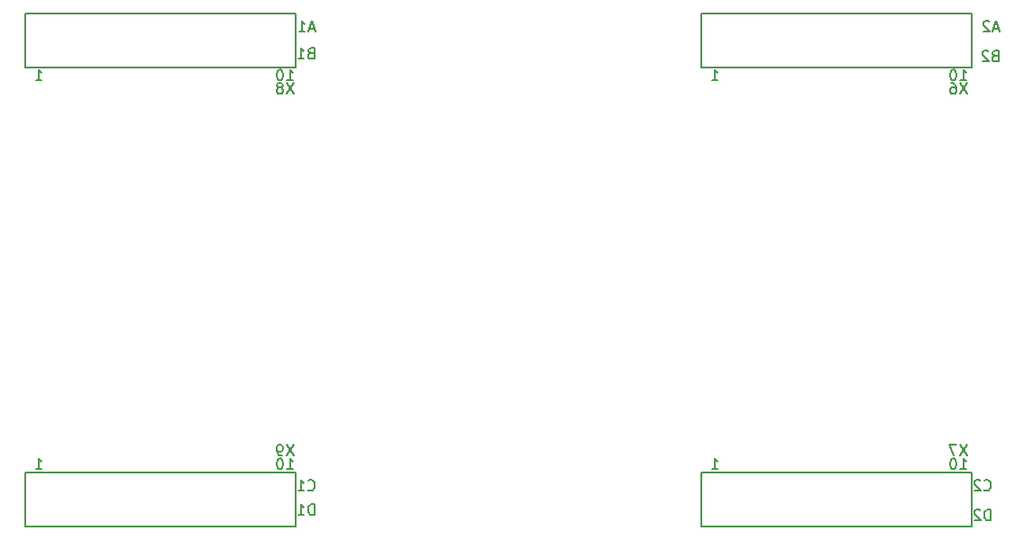
<source format=gbr>
%TF.GenerationSoftware,KiCad,Pcbnew,(5.1.7)-1*%
%TF.CreationDate,2020-11-29T15:53:39-06:00*%
%TF.ProjectId,2021_Rev1,32303231-5f52-4657-9631-2e6b69636164,rev?*%
%TF.SameCoordinates,Original*%
%TF.FileFunction,Legend,Bot*%
%TF.FilePolarity,Positive*%
%FSLAX46Y46*%
G04 Gerber Fmt 4.6, Leading zero omitted, Abs format (unit mm)*
G04 Created by KiCad (PCBNEW (5.1.7)-1) date 2020-11-29 15:53:39*
%MOMM*%
%LPD*%
G01*
G04 APERTURE LIST*
%ADD10C,0.150000*%
G04 APERTURE END LIST*
D10*
%TO.C,U1*%
X932180000Y213360000D02*
X932180000Y208280000D01*
X932180000Y208280000D02*
X906780000Y208280000D01*
X906780000Y208280000D02*
X906780000Y213360000D01*
X906780000Y213360000D02*
X932180000Y213360000D01*
X932180000Y170180000D02*
X932180000Y165100000D01*
X932180000Y165100000D02*
X906780000Y165100000D01*
X906780000Y165100000D02*
X906780000Y170180000D01*
X906780000Y170180000D02*
X932180000Y170180000D01*
X995680000Y208280000D02*
X970280000Y208280000D01*
X970280000Y170180000D02*
X995680000Y170180000D01*
X995680000Y213360000D02*
X995680000Y208280000D01*
X970280000Y208280000D02*
X970280000Y213360000D01*
X970280000Y213360000D02*
X995680000Y213360000D01*
X995680000Y170180000D02*
X995680000Y165100000D01*
X995680000Y165100000D02*
X970280000Y165100000D01*
X970280000Y165100000D02*
X970280000Y170180000D01*
X907764285Y170489619D02*
X908335714Y170489619D01*
X908050000Y170489619D02*
X908050000Y171489619D01*
X908145238Y171346761D01*
X908240476Y171251523D01*
X908335714Y171203904D01*
X931354476Y170489619D02*
X931925904Y170489619D01*
X931640190Y170489619D02*
X931640190Y171489619D01*
X931735428Y171346761D01*
X931830666Y171251523D01*
X931925904Y171203904D01*
X930735428Y171489619D02*
X930640190Y171489619D01*
X930544952Y171442000D01*
X930497333Y171394380D01*
X930449714Y171299142D01*
X930402095Y171108666D01*
X930402095Y170870571D01*
X930449714Y170680095D01*
X930497333Y170584857D01*
X930544952Y170537238D01*
X930640190Y170489619D01*
X930735428Y170489619D01*
X930830666Y170537238D01*
X930878285Y170584857D01*
X930925904Y170680095D01*
X930973523Y170870571D01*
X930973523Y171108666D01*
X930925904Y171299142D01*
X930878285Y171394380D01*
X930830666Y171442000D01*
X930735428Y171489619D01*
X907764285Y207065619D02*
X908335714Y207065619D01*
X908050000Y207065619D02*
X908050000Y208065619D01*
X908145238Y207922761D01*
X908240476Y207827523D01*
X908335714Y207779904D01*
X931354476Y207065619D02*
X931925904Y207065619D01*
X931640190Y207065619D02*
X931640190Y208065619D01*
X931735428Y207922761D01*
X931830666Y207827523D01*
X931925904Y207779904D01*
X930735428Y208065619D02*
X930640190Y208065619D01*
X930544952Y208018000D01*
X930497333Y207970380D01*
X930449714Y207875142D01*
X930402095Y207684666D01*
X930402095Y207446571D01*
X930449714Y207256095D01*
X930497333Y207160857D01*
X930544952Y207113238D01*
X930640190Y207065619D01*
X930735428Y207065619D01*
X930830666Y207113238D01*
X930878285Y207160857D01*
X930925904Y207256095D01*
X930973523Y207446571D01*
X930973523Y207684666D01*
X930925904Y207875142D01*
X930878285Y207970380D01*
X930830666Y208018000D01*
X930735428Y208065619D01*
X971264285Y170489619D02*
X971835714Y170489619D01*
X971550000Y170489619D02*
X971550000Y171489619D01*
X971645238Y171346761D01*
X971740476Y171251523D01*
X971835714Y171203904D01*
X994600476Y170489619D02*
X995171904Y170489619D01*
X994886190Y170489619D02*
X994886190Y171489619D01*
X994981428Y171346761D01*
X995076666Y171251523D01*
X995171904Y171203904D01*
X993981428Y171489619D02*
X993886190Y171489619D01*
X993790952Y171442000D01*
X993743333Y171394380D01*
X993695714Y171299142D01*
X993648095Y171108666D01*
X993648095Y170870571D01*
X993695714Y170680095D01*
X993743333Y170584857D01*
X993790952Y170537238D01*
X993886190Y170489619D01*
X993981428Y170489619D01*
X994076666Y170537238D01*
X994124285Y170584857D01*
X994171904Y170680095D01*
X994219523Y170870571D01*
X994219523Y171108666D01*
X994171904Y171299142D01*
X994124285Y171394380D01*
X994076666Y171442000D01*
X993981428Y171489619D01*
X994600476Y207065619D02*
X995171904Y207065619D01*
X994886190Y207065619D02*
X994886190Y208065619D01*
X994981428Y207922761D01*
X995076666Y207827523D01*
X995171904Y207779904D01*
X993981428Y208065619D02*
X993886190Y208065619D01*
X993790952Y208018000D01*
X993743333Y207970380D01*
X993695714Y207875142D01*
X993648095Y207684666D01*
X993648095Y207446571D01*
X993695714Y207256095D01*
X993743333Y207160857D01*
X993790952Y207113238D01*
X993886190Y207065619D01*
X993981428Y207065619D01*
X994076666Y207113238D01*
X994124285Y207160857D01*
X994171904Y207256095D01*
X994219523Y207446571D01*
X994219523Y207684666D01*
X994171904Y207875142D01*
X994124285Y207970380D01*
X994076666Y208018000D01*
X993981428Y208065619D01*
X971264285Y207065619D02*
X971835714Y207065619D01*
X971550000Y207065619D02*
X971550000Y208065619D01*
X971645238Y207922761D01*
X971740476Y207827523D01*
X971835714Y207779904D01*
X931973523Y172759619D02*
X931306857Y171759619D01*
X931306857Y172759619D02*
X931973523Y171759619D01*
X930878285Y171759619D02*
X930687809Y171759619D01*
X930592571Y171807238D01*
X930544952Y171854857D01*
X930449714Y171997714D01*
X930402095Y172188190D01*
X930402095Y172569142D01*
X930449714Y172664380D01*
X930497333Y172712000D01*
X930592571Y172759619D01*
X930783047Y172759619D01*
X930878285Y172712000D01*
X930925904Y172664380D01*
X930973523Y172569142D01*
X930973523Y172331047D01*
X930925904Y172235809D01*
X930878285Y172188190D01*
X930783047Y172140571D01*
X930592571Y172140571D01*
X930497333Y172188190D01*
X930449714Y172235809D01*
X930402095Y172331047D01*
X931973523Y206795619D02*
X931306857Y205795619D01*
X931306857Y206795619D02*
X931973523Y205795619D01*
X930783047Y206367047D02*
X930878285Y206414666D01*
X930925904Y206462285D01*
X930973523Y206557523D01*
X930973523Y206605142D01*
X930925904Y206700380D01*
X930878285Y206748000D01*
X930783047Y206795619D01*
X930592571Y206795619D01*
X930497333Y206748000D01*
X930449714Y206700380D01*
X930402095Y206605142D01*
X930402095Y206557523D01*
X930449714Y206462285D01*
X930497333Y206414666D01*
X930592571Y206367047D01*
X930783047Y206367047D01*
X930878285Y206319428D01*
X930925904Y206271809D01*
X930973523Y206176571D01*
X930973523Y205986095D01*
X930925904Y205890857D01*
X930878285Y205843238D01*
X930783047Y205795619D01*
X930592571Y205795619D01*
X930497333Y205843238D01*
X930449714Y205890857D01*
X930402095Y205986095D01*
X930402095Y206176571D01*
X930449714Y206271809D01*
X930497333Y206319428D01*
X930592571Y206367047D01*
X995219523Y172759619D02*
X994552857Y171759619D01*
X994552857Y172759619D02*
X995219523Y171759619D01*
X994267142Y172759619D02*
X993600476Y172759619D01*
X994029047Y171759619D01*
X995219523Y206795619D02*
X994552857Y205795619D01*
X994552857Y206795619D02*
X995219523Y205795619D01*
X993743333Y206795619D02*
X993933809Y206795619D01*
X994029047Y206748000D01*
X994076666Y206700380D01*
X994171904Y206557523D01*
X994219523Y206367047D01*
X994219523Y205986095D01*
X994171904Y205890857D01*
X994124285Y205843238D01*
X994029047Y205795619D01*
X993838571Y205795619D01*
X993743333Y205843238D01*
X993695714Y205890857D01*
X993648095Y205986095D01*
X993648095Y206224190D01*
X993695714Y206319428D01*
X993743333Y206367047D01*
X993838571Y206414666D01*
X994029047Y206414666D01*
X994124285Y206367047D01*
X994171904Y206319428D01*
X994219523Y206224190D01*
X933362666Y168552857D02*
X933410285Y168505238D01*
X933553142Y168457619D01*
X933648380Y168457619D01*
X933791238Y168505238D01*
X933886476Y168600476D01*
X933934095Y168695714D01*
X933981714Y168886190D01*
X933981714Y169029047D01*
X933934095Y169219523D01*
X933886476Y169314761D01*
X933791238Y169410000D01*
X933648380Y169457619D01*
X933553142Y169457619D01*
X933410285Y169410000D01*
X933362666Y169362380D01*
X932410285Y168457619D02*
X932981714Y168457619D01*
X932696000Y168457619D02*
X932696000Y169457619D01*
X932791238Y169314761D01*
X932886476Y169219523D01*
X932981714Y169171904D01*
X933934095Y166171619D02*
X933934095Y167171619D01*
X933696000Y167171619D01*
X933553142Y167124000D01*
X933457904Y167028761D01*
X933410285Y166933523D01*
X933362666Y166743047D01*
X933362666Y166600190D01*
X933410285Y166409714D01*
X933457904Y166314476D01*
X933553142Y166219238D01*
X933696000Y166171619D01*
X933934095Y166171619D01*
X932410285Y166171619D02*
X932981714Y166171619D01*
X932696000Y166171619D02*
X932696000Y167171619D01*
X932791238Y167028761D01*
X932886476Y166933523D01*
X932981714Y166885904D01*
X996862666Y168552857D02*
X996910285Y168505238D01*
X997053142Y168457619D01*
X997148380Y168457619D01*
X997291238Y168505238D01*
X997386476Y168600476D01*
X997434095Y168695714D01*
X997481714Y168886190D01*
X997481714Y169029047D01*
X997434095Y169219523D01*
X997386476Y169314761D01*
X997291238Y169410000D01*
X997148380Y169457619D01*
X997053142Y169457619D01*
X996910285Y169410000D01*
X996862666Y169362380D01*
X996481714Y169362380D02*
X996434095Y169410000D01*
X996338857Y169457619D01*
X996100761Y169457619D01*
X996005523Y169410000D01*
X995957904Y169362380D01*
X995910285Y169267142D01*
X995910285Y169171904D01*
X995957904Y169029047D01*
X996529333Y168457619D01*
X995910285Y168457619D01*
X997434095Y165663619D02*
X997434095Y166663619D01*
X997196000Y166663619D01*
X997053142Y166616000D01*
X996957904Y166520761D01*
X996910285Y166425523D01*
X996862666Y166235047D01*
X996862666Y166092190D01*
X996910285Y165901714D01*
X996957904Y165806476D01*
X997053142Y165711238D01*
X997196000Y165663619D01*
X997434095Y165663619D01*
X996481714Y166568380D02*
X996434095Y166616000D01*
X996338857Y166663619D01*
X996100761Y166663619D01*
X996005523Y166616000D01*
X995957904Y166568380D01*
X995910285Y166473142D01*
X995910285Y166377904D01*
X995957904Y166235047D01*
X996529333Y165663619D01*
X995910285Y165663619D01*
X933600761Y209621428D02*
X933457904Y209573809D01*
X933410285Y209526190D01*
X933362666Y209430952D01*
X933362666Y209288095D01*
X933410285Y209192857D01*
X933457904Y209145238D01*
X933553142Y209097619D01*
X933934095Y209097619D01*
X933934095Y210097619D01*
X933600761Y210097619D01*
X933505523Y210050000D01*
X933457904Y210002380D01*
X933410285Y209907142D01*
X933410285Y209811904D01*
X933457904Y209716666D01*
X933505523Y209669047D01*
X933600761Y209621428D01*
X933934095Y209621428D01*
X932410285Y209097619D02*
X932981714Y209097619D01*
X932696000Y209097619D02*
X932696000Y210097619D01*
X932791238Y209954761D01*
X932886476Y209859523D01*
X932981714Y209811904D01*
X933910285Y211923333D02*
X933434095Y211923333D01*
X934005523Y211637619D02*
X933672190Y212637619D01*
X933338857Y211637619D01*
X932481714Y211637619D02*
X933053142Y211637619D01*
X932767428Y211637619D02*
X932767428Y212637619D01*
X932862666Y212494761D01*
X932957904Y212399523D01*
X933053142Y212351904D01*
X997862761Y209367428D02*
X997719904Y209319809D01*
X997672285Y209272190D01*
X997624666Y209176952D01*
X997624666Y209034095D01*
X997672285Y208938857D01*
X997719904Y208891238D01*
X997815142Y208843619D01*
X998196095Y208843619D01*
X998196095Y209843619D01*
X997862761Y209843619D01*
X997767523Y209796000D01*
X997719904Y209748380D01*
X997672285Y209653142D01*
X997672285Y209557904D01*
X997719904Y209462666D01*
X997767523Y209415047D01*
X997862761Y209367428D01*
X998196095Y209367428D01*
X997243714Y209748380D02*
X997196095Y209796000D01*
X997100857Y209843619D01*
X996862761Y209843619D01*
X996767523Y209796000D01*
X996719904Y209748380D01*
X996672285Y209653142D01*
X996672285Y209557904D01*
X996719904Y209415047D01*
X997291333Y208843619D01*
X996672285Y208843619D01*
X998172285Y211923333D02*
X997696095Y211923333D01*
X998267523Y211637619D02*
X997934190Y212637619D01*
X997600857Y211637619D01*
X997315142Y212542380D02*
X997267523Y212590000D01*
X997172285Y212637619D01*
X996934190Y212637619D01*
X996838952Y212590000D01*
X996791333Y212542380D01*
X996743714Y212447142D01*
X996743714Y212351904D01*
X996791333Y212209047D01*
X997362761Y211637619D01*
X996743714Y211637619D01*
%TD*%
M02*

</source>
